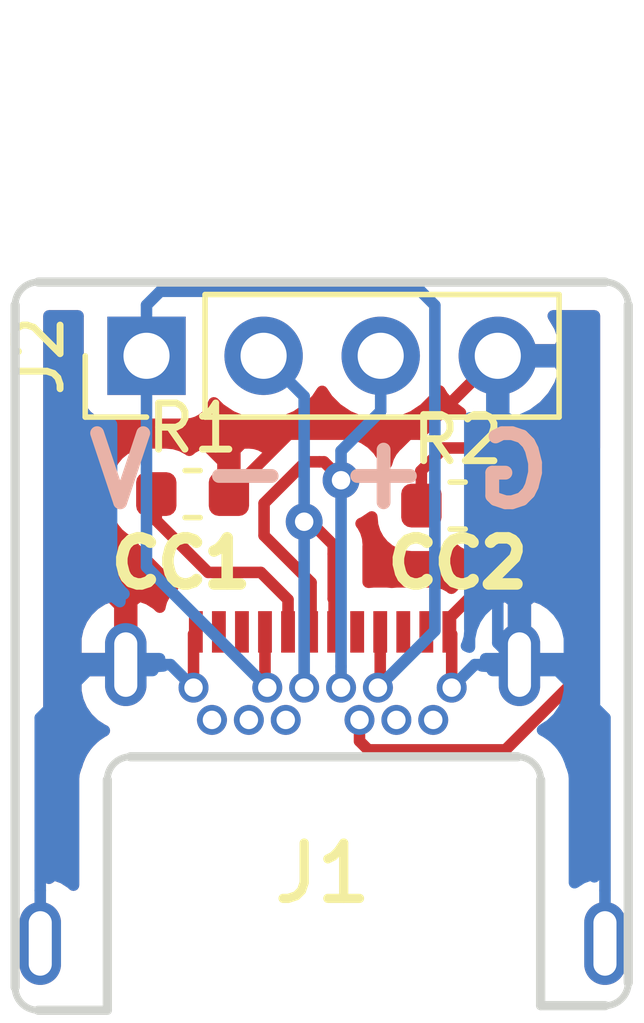
<source format=kicad_pcb>
(kicad_pcb (version 20171130) (host pcbnew "(5.1.5)-2")

  (general
    (thickness 1.6)
    (drawings 17)
    (tracks 81)
    (zones 0)
    (modules 4)
    (nets 17)
  )

  (page A4)
  (layers
    (0 F.Cu signal)
    (31 B.Cu signal)
    (32 B.Adhes user)
    (33 F.Adhes user)
    (34 B.Paste user)
    (35 F.Paste user)
    (36 B.SilkS user)
    (37 F.SilkS user)
    (38 B.Mask user)
    (39 F.Mask user)
    (40 Dwgs.User user)
    (41 Cmts.User user)
    (42 Eco1.User user)
    (43 Eco2.User user)
    (44 Edge.Cuts user)
    (45 Margin user)
    (46 B.CrtYd user)
    (47 F.CrtYd user)
    (48 B.Fab user)
    (49 F.Fab user)
  )

  (setup
    (last_trace_width 0.25)
    (trace_clearance 0.2)
    (zone_clearance 0.508)
    (zone_45_only no)
    (trace_min 0.2)
    (via_size 0.8)
    (via_drill 0.4)
    (via_min_size 0.4)
    (via_min_drill 0.3)
    (uvia_size 0.3)
    (uvia_drill 0.1)
    (uvias_allowed no)
    (uvia_min_size 0.2)
    (uvia_min_drill 0.1)
    (edge_width 0.15)
    (segment_width 0.2)
    (pcb_text_width 0.3)
    (pcb_text_size 1.5 1.5)
    (mod_edge_width 0.15)
    (mod_text_size 1 1)
    (mod_text_width 0.15)
    (pad_size 0.8 0.65)
    (pad_drill 0.8)
    (pad_to_mask_clearance 0.2)
    (solder_mask_min_width 0.25)
    (aux_axis_origin 0 0)
    (visible_elements 7FFFFFFF)
    (pcbplotparams
      (layerselection 0x010f0_ffffffff)
      (usegerberextensions true)
      (usegerberattributes false)
      (usegerberadvancedattributes false)
      (creategerberjobfile false)
      (excludeedgelayer true)
      (linewidth 0.100000)
      (plotframeref false)
      (viasonmask false)
      (mode 1)
      (useauxorigin false)
      (hpglpennumber 1)
      (hpglpenspeed 20)
      (hpglpendiameter 15.000000)
      (psnegative false)
      (psa4output false)
      (plotreference true)
      (plotvalue true)
      (plotinvisibletext false)
      (padsonsilk false)
      (subtractmaskfromsilk false)
      (outputformat 1)
      (mirror false)
      (drillshape 0)
      (scaleselection 1)
      (outputdirectory "gerber/"))
  )

  (net 0 "")
  (net 1 GND)
  (net 2 "Net-(J1-PadA2)")
  (net 3 "Net-(J1-PadA3)")
  (net 4 "Net-(J1-PadA4)")
  (net 5 "Net-(J1-PadA5)")
  (net 6 "Net-(J1-PadA6)")
  (net 7 "Net-(J1-PadA7)")
  (net 8 "Net-(J1-PadA10)")
  (net 9 "Net-(J1-PadA8)")
  (net 10 "Net-(J1-PadA11)")
  (net 11 "Net-(J1-PadB2)")
  (net 12 "Net-(J1-PadB3)")
  (net 13 "Net-(J1-PadB5)")
  (net 14 "Net-(J1-PadB8)")
  (net 15 "Net-(J1-PadB10)")
  (net 16 "Net-(J1-PadB11)")

  (net_class Default "This is the default net class."
    (clearance 0.2)
    (trace_width 0.25)
    (via_dia 0.8)
    (via_drill 0.4)
    (uvia_dia 0.3)
    (uvia_drill 0.1)
    (add_net GND)
    (add_net "Net-(J1-PadA10)")
    (add_net "Net-(J1-PadA11)")
    (add_net "Net-(J1-PadA2)")
    (add_net "Net-(J1-PadA3)")
    (add_net "Net-(J1-PadA4)")
    (add_net "Net-(J1-PadA5)")
    (add_net "Net-(J1-PadA6)")
    (add_net "Net-(J1-PadA7)")
    (add_net "Net-(J1-PadA8)")
    (add_net "Net-(J1-PadB10)")
    (add_net "Net-(J1-PadB11)")
    (add_net "Net-(J1-PadB2)")
    (add_net "Net-(J1-PadB3)")
    (add_net "Net-(J1-PadB5)")
    (add_net "Net-(J1-PadB8)")
  )

  (module Connector_PinHeader_2.54mm:PinHeader_1x04_P2.54mm_Vertical (layer F.Cu) (tedit 59FED5CC) (tstamp 5C4641F3)
    (at 125.25 81 90)
    (descr "Through hole straight pin header, 1x04, 2.54mm pitch, single row")
    (tags "Through hole pin header THT 1x04 2.54mm single row")
    (path /5C3A0378)
    (fp_text reference J2 (at 0 -2.33 90) (layer F.SilkS)
      (effects (font (size 1 1) (thickness 0.15)))
    )
    (fp_text value Conn_01x04_Female (at 0 9.95 90) (layer F.Fab)
      (effects (font (size 1 1) (thickness 0.15)))
    )
    (fp_line (start -0.635 -1.27) (end 1.27 -1.27) (layer F.Fab) (width 0.1))
    (fp_line (start 1.27 -1.27) (end 1.27 8.89) (layer F.Fab) (width 0.1))
    (fp_line (start 1.27 8.89) (end -1.27 8.89) (layer F.Fab) (width 0.1))
    (fp_line (start -1.27 8.89) (end -1.27 -0.635) (layer F.Fab) (width 0.1))
    (fp_line (start -1.27 -0.635) (end -0.635 -1.27) (layer F.Fab) (width 0.1))
    (fp_line (start -1.33 8.95) (end 1.33 8.95) (layer F.SilkS) (width 0.12))
    (fp_line (start -1.33 1.27) (end -1.33 8.95) (layer F.SilkS) (width 0.12))
    (fp_line (start 1.33 1.27) (end 1.33 8.95) (layer F.SilkS) (width 0.12))
    (fp_line (start -1.33 1.27) (end 1.33 1.27) (layer F.SilkS) (width 0.12))
    (fp_line (start -1.33 0) (end -1.33 -1.33) (layer F.SilkS) (width 0.12))
    (fp_line (start -1.33 -1.33) (end 0 -1.33) (layer F.SilkS) (width 0.12))
    (fp_line (start -1.8 -1.8) (end -1.8 9.4) (layer F.CrtYd) (width 0.05))
    (fp_line (start -1.8 9.4) (end 1.8 9.4) (layer F.CrtYd) (width 0.05))
    (fp_line (start 1.8 9.4) (end 1.8 -1.8) (layer F.CrtYd) (width 0.05))
    (fp_line (start 1.8 -1.8) (end -1.8 -1.8) (layer F.CrtYd) (width 0.05))
    (fp_text user %R (at 0 3.81 180) (layer F.Fab)
      (effects (font (size 1 1) (thickness 0.15)))
    )
    (pad 1 thru_hole rect (at 0 0 90) (size 1.7 1.7) (drill 1) (layers *.Cu *.Mask)
      (net 4 "Net-(J1-PadA4)"))
    (pad 2 thru_hole oval (at 0 2.54 90) (size 1.7 1.7) (drill 1) (layers *.Cu *.Mask)
      (net 7 "Net-(J1-PadA7)"))
    (pad 3 thru_hole oval (at 0 5.08 90) (size 1.7 1.7) (drill 1) (layers *.Cu *.Mask)
      (net 6 "Net-(J1-PadA6)"))
    (pad 4 thru_hole oval (at 0 7.62 90) (size 1.7 1.7) (drill 1) (layers *.Cu *.Mask)
      (net 1 GND))
    (model ${KISYS3DMOD}/Connector_PinHeader_2.54mm.3dshapes/PinHeader_1x04_P2.54mm_Vertical.wrl
      (at (xyz 0 0 0))
      (scale (xyz 1 1 1))
      (rotate (xyz 0 0 0))
    )
  )

  (module Resistor_SMD:R_0603_1608Metric (layer F.Cu) (tedit 5B301BBD) (tstamp 5C464204)
    (at 126.25 84)
    (descr "Resistor SMD 0603 (1608 Metric), square (rectangular) end terminal, IPC_7351 nominal, (Body size source: http://www.tortai-tech.com/upload/download/2011102023233369053.pdf), generated with kicad-footprint-generator")
    (tags resistor)
    (path /5C3A054B)
    (attr smd)
    (fp_text reference R1 (at 0 -1.43) (layer F.SilkS)
      (effects (font (size 1 1) (thickness 0.15)))
    )
    (fp_text value 5.1k (at 0 1.43) (layer F.Fab)
      (effects (font (size 1 1) (thickness 0.15)))
    )
    (fp_line (start -0.8 0.4) (end -0.8 -0.4) (layer F.Fab) (width 0.1))
    (fp_line (start -0.8 -0.4) (end 0.8 -0.4) (layer F.Fab) (width 0.1))
    (fp_line (start 0.8 -0.4) (end 0.8 0.4) (layer F.Fab) (width 0.1))
    (fp_line (start 0.8 0.4) (end -0.8 0.4) (layer F.Fab) (width 0.1))
    (fp_line (start -0.162779 -0.51) (end 0.162779 -0.51) (layer F.SilkS) (width 0.12))
    (fp_line (start -0.162779 0.51) (end 0.162779 0.51) (layer F.SilkS) (width 0.12))
    (fp_line (start -1.48 0.73) (end -1.48 -0.73) (layer F.CrtYd) (width 0.05))
    (fp_line (start -1.48 -0.73) (end 1.48 -0.73) (layer F.CrtYd) (width 0.05))
    (fp_line (start 1.48 -0.73) (end 1.48 0.73) (layer F.CrtYd) (width 0.05))
    (fp_line (start 1.48 0.73) (end -1.48 0.73) (layer F.CrtYd) (width 0.05))
    (fp_text user %R (at 0 0) (layer F.Fab)
      (effects (font (size 0.4 0.4) (thickness 0.06)))
    )
    (pad 1 smd roundrect (at -0.7875 0) (size 0.875 0.95) (layers F.Cu F.Paste F.Mask) (roundrect_rratio 0.25)
      (net 5 "Net-(J1-PadA5)"))
    (pad 2 smd roundrect (at 0.7875 0) (size 0.875 0.95) (layers F.Cu F.Paste F.Mask) (roundrect_rratio 0.25)
      (net 1 GND))
    (model ${KISYS3DMOD}/Resistor_SMD.3dshapes/R_0603_1608Metric.wrl
      (at (xyz 0 0 0))
      (scale (xyz 1 1 1))
      (rotate (xyz 0 0 0))
    )
  )

  (module Resistor_SMD:R_0603_1608Metric (layer F.Cu) (tedit 5B301BBD) (tstamp 5C464215)
    (at 132 84.25)
    (descr "Resistor SMD 0603 (1608 Metric), square (rectangular) end terminal, IPC_7351 nominal, (Body size source: http://www.tortai-tech.com/upload/download/2011102023233369053.pdf), generated with kicad-footprint-generator")
    (tags resistor)
    (path /5C3A05BA)
    (attr smd)
    (fp_text reference R2 (at 0 -1.43) (layer F.SilkS)
      (effects (font (size 1 1) (thickness 0.15)))
    )
    (fp_text value 5.1k (at 0 1.43) (layer F.Fab)
      (effects (font (size 1 1) (thickness 0.15)))
    )
    (fp_text user %R (at 0 0) (layer F.Fab)
      (effects (font (size 0.4 0.4) (thickness 0.06)))
    )
    (fp_line (start 1.48 0.73) (end -1.48 0.73) (layer F.CrtYd) (width 0.05))
    (fp_line (start 1.48 -0.73) (end 1.48 0.73) (layer F.CrtYd) (width 0.05))
    (fp_line (start -1.48 -0.73) (end 1.48 -0.73) (layer F.CrtYd) (width 0.05))
    (fp_line (start -1.48 0.73) (end -1.48 -0.73) (layer F.CrtYd) (width 0.05))
    (fp_line (start -0.162779 0.51) (end 0.162779 0.51) (layer F.SilkS) (width 0.12))
    (fp_line (start -0.162779 -0.51) (end 0.162779 -0.51) (layer F.SilkS) (width 0.12))
    (fp_line (start 0.8 0.4) (end -0.8 0.4) (layer F.Fab) (width 0.1))
    (fp_line (start 0.8 -0.4) (end 0.8 0.4) (layer F.Fab) (width 0.1))
    (fp_line (start -0.8 -0.4) (end 0.8 -0.4) (layer F.Fab) (width 0.1))
    (fp_line (start -0.8 0.4) (end -0.8 -0.4) (layer F.Fab) (width 0.1))
    (pad 2 smd roundrect (at 0.7875 0) (size 0.875 0.95) (layers F.Cu F.Paste F.Mask) (roundrect_rratio 0.25)
      (net 1 GND))
    (pad 1 smd roundrect (at -0.7875 0) (size 0.875 0.95) (layers F.Cu F.Paste F.Mask) (roundrect_rratio 0.25)
      (net 13 "Net-(J1-PadB5)"))
    (model ${KISYS3DMOD}/Resistor_SMD.3dshapes/R_0603_1608Metric.wrl
      (at (xyz 0 0 0))
      (scale (xyz 1 1 1))
      (rotate (xyz 0 0 0))
    )
  )

  (module misc_footprints:E8124-010-01 (layer F.Cu) (tedit 5CD38F4A) (tstamp 5CF6CD54)
    (at 129.07 88.9)
    (descr E8124-010-01)
    (tags E8124-010-01)
    (path /5CD38D93)
    (attr smd)
    (fp_text reference J1 (at 0 3.3274) (layer F.SilkS)
      (effects (font (size 1.2 1.2) (thickness 0.2)))
    )
    (fp_text value USB_C_Receptacle (at 0 8) (layer F.Fab) hide
      (effects (font (size 1.5 1.5) (thickness 0.15)))
    )
    (fp_line (start -4.1148 0.8128) (end 4.1148 0.8128) (layer Dwgs.User) (width 0.0508))
    (fp_line (start -4.6228 6.2484) (end -4.6228 1.3208) (layer Dwgs.User) (width 0.0508))
    (fp_arc (start -4.1148 1.3208) (end -4.6228 1.3208) (angle 90) (layer Dwgs.User) (width 0.0508))
    (fp_line (start 4.6228 1.3208) (end 4.6228 6.2484) (layer Dwgs.User) (width 0.0508))
    (fp_line (start 4.6228 6.2484) (end -4.6228 6.2484) (layer Dwgs.User) (width 0.0508))
    (fp_arc (start 4.1148 1.3208) (end 4.1148 0.8128) (angle 90) (layer Dwgs.User) (width 0.0508))
    (pad "" np_thru_hole circle (at -3.6 0) (size 0.65 0.65) (drill 0.65) (layers *.Cu *.Mask))
    (pad A1 smd rect (at -2.75 -1.91) (size 0.3 0.9) (layers F.Cu F.Paste F.Mask)
      (net 1 GND))
    (pad A2 smd rect (at -2.25 -1.91) (size 0.3 0.9) (layers F.Cu F.Paste F.Mask)
      (net 2 "Net-(J1-PadA2)"))
    (pad A3 smd rect (at -1.75 -1.91) (size 0.3 0.9) (layers F.Cu F.Paste F.Mask)
      (net 3 "Net-(J1-PadA3)"))
    (pad A4 smd rect (at -1.25 -1.91) (size 0.3 0.9) (layers F.Cu F.Paste F.Mask)
      (net 4 "Net-(J1-PadA4)"))
    (pad A5 smd rect (at -0.75 -1.91) (size 0.3 0.9) (layers F.Cu F.Paste F.Mask)
      (net 5 "Net-(J1-PadA5)"))
    (pad A6 smd rect (at -0.25 -1.91) (size 0.3 0.9) (layers F.Cu F.Paste F.Mask)
      (net 6 "Net-(J1-PadA6)"))
    (pad A7 smd rect (at 0.25 -1.91) (size 0.3 0.9) (layers F.Cu F.Paste F.Mask)
      (net 7 "Net-(J1-PadA7)"))
    (pad A8 smd rect (at 0.75 -1.91) (size 0.3 0.9) (layers F.Cu F.Paste F.Mask)
      (net 9 "Net-(J1-PadA8)"))
    (pad A9 smd rect (at 1.25 -1.91) (size 0.3 0.9) (layers F.Cu F.Paste F.Mask)
      (net 4 "Net-(J1-PadA4)"))
    (pad A10 smd rect (at 1.75 -1.91) (size 0.3 0.9) (layers F.Cu F.Paste F.Mask)
      (net 8 "Net-(J1-PadA10)"))
    (pad A11 smd rect (at 2.25 -1.91) (size 0.3 0.9) (layers F.Cu F.Paste F.Mask)
      (net 10 "Net-(J1-PadA11)"))
    (pad A12 smd rect (at 2.75 -1.91) (size 0.3 0.9) (layers F.Cu F.Paste F.Mask)
      (net 1 GND))
    (pad B1 thru_hole circle (at 2.8 -0.7) (size 0.65 0.65) (drill 0.4) (layers *.Cu *.Mask)
      (net 1 GND))
    (pad B2 thru_hole circle (at 2.4 0) (size 0.65 0.65) (drill 0.4) (layers *.Cu)
      (net 11 "Net-(J1-PadB2)"))
    (pad B3 thru_hole circle (at 1.6 0) (size 0.65 0.65) (drill 0.4) (layers *.Cu)
      (net 12 "Net-(J1-PadB3)"))
    (pad B4 thru_hole circle (at 1.2 -0.7) (size 0.65 0.65) (drill 0.4) (layers *.Cu *.Mask)
      (net 4 "Net-(J1-PadA4)"))
    (pad B5 thru_hole circle (at 0.8 0) (size 0.65 0.65) (drill 0.4) (layers *.Cu *.Mask)
      (net 13 "Net-(J1-PadB5)"))
    (pad B6 thru_hole circle (at 0.4 -0.7) (size 0.65 0.65) (drill 0.4) (layers *.Cu *.Mask)
      (net 6 "Net-(J1-PadA6)"))
    (pad B7 thru_hole circle (at -0.4 -0.7) (size 0.65 0.65) (drill 0.4) (layers *.Cu *.Mask)
      (net 7 "Net-(J1-PadA7)"))
    (pad B8 thru_hole circle (at -0.8 0) (size 0.65 0.65) (drill 0.4) (layers *.Cu *.Mask)
      (net 14 "Net-(J1-PadB8)"))
    (pad B9 thru_hole circle (at -1.2 -0.7) (size 0.65 0.65) (drill 0.4) (layers *.Cu *.Mask)
      (net 4 "Net-(J1-PadA4)"))
    (pad B10 thru_hole circle (at -1.6 0) (size 0.65 0.65) (drill 0.4) (layers *.Cu *.Mask)
      (net 15 "Net-(J1-PadB10)"))
    (pad B11 thru_hole circle (at -2.4 0) (size 0.65 0.65) (drill 0.4) (layers *.Cu *.Mask)
      (net 16 "Net-(J1-PadB11)"))
    (pad B12 thru_hole circle (at -2.8 -0.7) (size 0.65 0.65) (drill 0.4) (layers *.Cu *.Mask)
      (net 1 GND))
    (pad S1 thru_hole oval (at -4.27 -1.2) (size 0.9 1.8) (drill oval 0.5 1.4) (layers *.Cu *.Mask)
      (net 1 GND))
    (pad S1 thru_hole oval (at 4.27 -1.2) (size 0.9 1.8) (drill oval 0.5 1.4) (layers *.Cu *.Mask)
      (net 1 GND))
    (pad S1 thru_hole oval (at -6.125 4.85) (size 0.9 1.8) (drill oval 0.5 1.4) (layers *.Cu *.Mask)
      (net 1 GND))
    (pad S1 thru_hole oval (at 6.125 4.85) (size 0.9 1.8) (drill oval 0.5 1.4) (layers *.Cu *.Mask)
      (net 1 GND))
    (pad "" np_thru_hole oval (at 3.6 0) (size 0.8 0.65) (drill oval 0.8 0.65) (layers *.Cu))
    (model :3d:E8124-010-01.stp
      (offset (xyz 0 -3.269999950889528 0.8499999872342808))
      (scale (xyz 1 1 1))
      (rotate (xyz -90 0 0))
    )
  )

  (gr_arc (start 135.2 79.9) (end 135.7 79.9) (angle -90) (layer Edge.Cuts) (width 0.15) (tstamp 5CF6CE19))
  (gr_arc (start 122.9 79.9) (end 122.9 79.4) (angle -90) (layer Edge.Cuts) (width 0.15) (tstamp 5CF6CE19))
  (gr_arc (start 122.9 94.7) (end 122.4 94.7) (angle -90) (layer Edge.Cuts) (width 0.15) (tstamp 5CF6CE19))
  (gr_arc (start 124.9 90.2) (end 124.9 89.7) (angle -90) (layer Edge.Cuts) (width 0.15) (tstamp 5CF6CE19))
  (gr_arc (start 133.3 90.2) (end 133.8 90.2) (angle -90) (layer Edge.Cuts) (width 0.15) (tstamp 5CF6CE19))
  (gr_arc (start 135.2 94.6) (end 135.2 95.1) (angle -90) (layer Edge.Cuts) (width 0.15))
  (gr_line (start 124.4 95.2) (end 122.9 95.2) (layer Edge.Cuts) (width 0.2))
  (gr_line (start 124.4 90.2) (end 124.4 95.2) (layer Edge.Cuts) (width 0.2))
  (gr_line (start 133.3 89.7) (end 124.9 89.7) (layer Edge.Cuts) (width 0.2))
  (gr_line (start 133.8 95.1) (end 133.8 90.2) (layer Edge.Cuts) (width 0.2))
  (gr_line (start 135.2 95.1) (end 133.8 95.1) (layer Edge.Cuts) (width 0.2))
  (gr_line (start 135.7 79.9) (end 135.7 94.6) (layer Edge.Cuts) (width 0.2))
  (gr_line (start 122.9 79.4) (end 135.2 79.4) (layer Edge.Cuts) (width 0.2))
  (gr_line (start 122.4 94.7) (end 122.4 79.9) (layer Edge.Cuts) (width 0.2))
  (gr_text CC2 (at 132 85.5) (layer F.SilkS)
    (effects (font (size 1 1) (thickness 0.25)))
  )
  (gr_text CC1 (at 126 85.5) (layer F.SilkS)
    (effects (font (size 1 1) (thickness 0.25)))
  )
  (gr_text "G + - V" (at 129 83.5) (layer B.SilkS)
    (effects (font (size 1.5 1.5) (thickness 0.3)) (justify mirror))
  )

  (segment (start 132.87 87.23) (end 133.34 87.7) (width 0.25) (layer B.Cu) (net 1))
  (segment (start 132.87 81) (end 132.87 87.23) (width 0.25) (layer B.Cu) (net 1))
  (segment (start 132.37 87.7) (end 131.87 88.2) (width 0.25) (layer B.Cu) (net 1))
  (segment (start 133.34 87.7) (end 132.37 87.7) (width 0.25) (layer B.Cu) (net 1))
  (segment (start 133.34 87.7) (end 133.34 88.15) (width 0.25) (layer F.Cu) (net 1))
  (segment (start 122.945 92.6) (end 122.945 93.75) (width 0.25) (layer B.Cu) (net 1))
  (segment (start 122.945 88.855) (end 122.945 92.6) (width 0.25) (layer B.Cu) (net 1))
  (segment (start 124.1 87.7) (end 122.945 88.855) (width 0.25) (layer B.Cu) (net 1))
  (segment (start 124.8 87.7) (end 124.1 87.7) (width 0.25) (layer B.Cu) (net 1))
  (segment (start 125.77 87.7) (end 126.27 88.2) (width 0.25) (layer B.Cu) (net 1))
  (segment (start 124.8 87.7) (end 125.77 87.7) (width 0.25) (layer B.Cu) (net 1))
  (segment (start 126.27 87.04) (end 126.32 86.99) (width 0.25) (layer F.Cu) (net 1))
  (segment (start 126.27 88.2) (end 126.27 87.04) (width 0.25) (layer F.Cu) (net 1))
  (segment (start 131.87 87.04) (end 131.82 86.99) (width 0.25) (layer F.Cu) (net 1))
  (segment (start 131.87 88.2) (end 131.87 87.04) (width 0.25) (layer F.Cu) (net 1))
  (segment (start 131.82 86.99) (end 131.82 86.69) (width 0.25) (layer F.Cu) (net 1))
  (segment (start 132.7875 85.7225) (end 132.7875 84.25) (width 0.25) (layer F.Cu) (net 1))
  (segment (start 131.82 86.69) (end 132.7875 85.7225) (width 0.25) (layer F.Cu) (net 1))
  (segment (start 132.87 81) (end 131.17 82.7) (width 0.25) (layer F.Cu) (net 1))
  (segment (start 128.3375 82.7) (end 127.0375 84) (width 0.25) (layer F.Cu) (net 1))
  (segment (start 131.17 82.7) (end 128.3375 82.7) (width 0.25) (layer F.Cu) (net 1))
  (segment (start 135.195 92.6) (end 135.195 93.75) (width 0.25) (layer B.Cu) (net 1))
  (segment (start 135.195 88.855) (end 135.195 92.6) (width 0.25) (layer B.Cu) (net 1))
  (segment (start 134.04 87.7) (end 135.195 88.855) (width 0.25) (layer B.Cu) (net 1))
  (segment (start 133.34 87.7) (end 134.04 87.7) (width 0.25) (layer B.Cu) (net 1))
  (segment (start 127.0375 83.425) (end 126.4125 82.8) (width 0.25) (layer F.Cu) (net 1))
  (segment (start 127.0375 84) (end 127.0375 83.425) (width 0.25) (layer F.Cu) (net 1))
  (segment (start 126.4125 82.8) (end 124.7 82.8) (width 0.25) (layer F.Cu) (net 1))
  (segment (start 124.7 82.8) (end 124 83.5) (width 0.25) (layer F.Cu) (net 1))
  (segment (start 124 85.75) (end 124.8 86.55) (width 0.25) (layer F.Cu) (net 1))
  (segment (start 124.8 86.55) (end 124.8 87.7) (width 0.25) (layer F.Cu) (net 1))
  (segment (start 124 83.5) (end 124 85.75) (width 0.25) (layer F.Cu) (net 1))
  (segment (start 125.25 85.58) (end 127.87 88.2) (width 0.25) (layer B.Cu) (net 4))
  (segment (start 125.25 81) (end 125.25 85.58) (width 0.25) (layer B.Cu) (net 4))
  (segment (start 130.32 88.15) (end 130.32 86.99) (width 0.25) (layer F.Cu) (net 4))
  (segment (start 130.27 88.2) (end 130.32 88.15) (width 0.25) (layer F.Cu) (net 4))
  (segment (start 127.82 88.15) (end 127.82 86.99) (width 0.25) (layer F.Cu) (net 4))
  (segment (start 127.87 88.2) (end 127.82 88.15) (width 0.25) (layer F.Cu) (net 4))
  (segment (start 125.25 79.9) (end 125.25 81) (width 0.25) (layer B.Cu) (net 4))
  (segment (start 131.505001 79.905001) (end 131.2 79.6) (width 0.25) (layer B.Cu) (net 4))
  (segment (start 131.2 79.6) (end 125.55 79.6) (width 0.25) (layer B.Cu) (net 4))
  (segment (start 131.505001 86.964999) (end 131.505001 79.905001) (width 0.25) (layer B.Cu) (net 4))
  (segment (start 125.55 79.6) (end 125.25 79.9) (width 0.25) (layer B.Cu) (net 4))
  (segment (start 130.27 88.2) (end 131.505001 86.964999) (width 0.25) (layer B.Cu) (net 4))
  (segment (start 125.4625 84.575) (end 126.5875 85.7) (width 0.25) (layer F.Cu) (net 5))
  (segment (start 125.4625 84) (end 125.4625 84.575) (width 0.25) (layer F.Cu) (net 5))
  (segment (start 127.73 85.7) (end 128.32 86.29) (width 0.25) (layer F.Cu) (net 5))
  (segment (start 128.32 86.29) (end 128.32 86.99) (width 0.25) (layer F.Cu) (net 5))
  (segment (start 126.5875 85.7) (end 127.73 85.7) (width 0.25) (layer F.Cu) (net 5))
  (segment (start 129.47 87.740381) (end 129.47 88.2) (width 0.25) (layer B.Cu) (net 6))
  (segment (start 129.47 83.062081) (end 129.47 83.7) (width 0.25) (layer B.Cu) (net 6))
  (segment (start 130.33 82.202081) (end 129.47 83.062081) (width 0.25) (layer B.Cu) (net 6))
  (segment (start 130.33 81) (end 130.33 82.202081) (width 0.25) (layer B.Cu) (net 6))
  (segment (start 128.82 86.99) (end 128.82 85.92) (width 0.25) (layer F.Cu) (net 6))
  (segment (start 127.80001 84.90001) (end 127.80001 84.19999) (width 0.25) (layer F.Cu) (net 6))
  (segment (start 128.82 85.92) (end 127.80001 84.90001) (width 0.25) (layer F.Cu) (net 6))
  (segment (start 127.80001 84.19999) (end 128.7 83.3) (width 0.25) (layer F.Cu) (net 6))
  (segment (start 128.7 83.3) (end 129 83.3) (width 0.25) (layer F.Cu) (net 6))
  (segment (start 129 83.3) (end 129.1 83.3) (width 0.25) (layer F.Cu) (net 6))
  (segment (start 129.1 83.3) (end 129.5 83.7) (width 0.25) (layer F.Cu) (net 6))
  (segment (start 129.47 83.7) (end 129.47 87.740381) (width 0.25) (layer B.Cu) (net 6) (tstamp 5CF6D615))
  (via (at 129.47 83.7) (size 0.8) (drill 0.4) (layers F.Cu B.Cu) (net 6))
  (segment (start 128.67 81.88) (end 128.67 84.6) (width 0.25) (layer B.Cu) (net 7))
  (segment (start 127.79 81) (end 128.67 81.88) (width 0.25) (layer B.Cu) (net 7))
  (segment (start 129.32 86.29) (end 129.3 86.27) (width 0.25) (layer F.Cu) (net 7))
  (segment (start 129.32 86.99) (end 129.32 86.29) (width 0.25) (layer F.Cu) (net 7))
  (segment (start 129.3 86.27) (end 129.3 85.3) (width 0.25) (layer F.Cu) (net 7))
  (segment (start 129.3 85.3) (end 129.3 85.1) (width 0.25) (layer F.Cu) (net 7))
  (segment (start 129.3 85.1) (end 128.7 84.5) (width 0.25) (layer F.Cu) (net 7))
  (segment (start 128.67 84.6) (end 128.67 88.2) (width 0.25) (layer B.Cu) (net 7) (tstamp 5CF6D617))
  (via (at 128.67 84.6) (size 0.8) (drill 0.4) (layers F.Cu B.Cu) (net 7))
  (segment (start 131.2125 83.5125) (end 131.2125 84.25) (width 0.25) (layer F.Cu) (net 13))
  (segment (start 131.2 83.5) (end 131.2125 83.5125) (width 0.25) (layer F.Cu) (net 13))
  (segment (start 131.7 83) (end 131.2 83.5) (width 0.25) (layer F.Cu) (net 13))
  (segment (start 129.87 89.359619) (end 130.060391 89.55001) (width 0.25) (layer F.Cu) (net 13))
  (segment (start 133.9 83) (end 131.7 83) (width 0.25) (layer F.Cu) (net 13))
  (segment (start 129.87 88.9) (end 129.87 89.359619) (width 0.25) (layer F.Cu) (net 13))
  (segment (start 130.060391 89.55001) (end 133.036019 89.55001) (width 0.25) (layer F.Cu) (net 13))
  (segment (start 133.036019 89.55001) (end 134.8 87.786029) (width 0.25) (layer F.Cu) (net 13))
  (segment (start 134.8 87.786029) (end 134.8 83.9) (width 0.25) (layer F.Cu) (net 13))
  (segment (start 134.8 83.9) (end 133.9 83) (width 0.25) (layer F.Cu) (net 13))

  (zone (net 1) (net_name GND) (layer B.Cu) (tstamp 5CF6D690) (hatch edge 0.508)
    (connect_pads (clearance 0.508))
    (min_thickness 0.254)
    (fill yes (arc_segments 16) (thermal_gap 0.508) (thermal_bridge_width 0.508))
    (polygon
      (pts
        (xy 122.2 79.2) (xy 135.8 79.2) (xy 135.9 95.4) (xy 122.2 95.5)
      )
    )
    (filled_polygon
      (pts
        (xy 123.761928 80.15) (xy 123.761928 81.85) (xy 123.774188 81.974482) (xy 123.810498 82.09418) (xy 123.869463 82.204494)
        (xy 123.948815 82.301185) (xy 124.045506 82.380537) (xy 124.15582 82.439502) (xy 124.275518 82.475812) (xy 124.4 82.488072)
        (xy 124.49 82.488072) (xy 124.490001 85.542668) (xy 124.486324 85.58) (xy 124.500998 85.728985) (xy 124.544454 85.872246)
        (xy 124.615026 86.004276) (xy 124.686201 86.091002) (xy 124.71 86.120001) (xy 124.738998 86.143799) (xy 124.760199 86.165)
        (xy 124.672998 86.165) (xy 124.672998 86.332496) (xy 124.505999 86.205592) (xy 124.302803 86.277298) (xy 124.122592 86.392986)
        (xy 123.968413 86.541609) (xy 123.846191 86.717455) (xy 123.760624 86.913767) (xy 123.715 87.123) (xy 123.715 87.573)
        (xy 124.673 87.573) (xy 124.673 87.553) (xy 124.927 87.553) (xy 124.927 87.573) (xy 125.533654 87.573)
        (xy 125.498523 87.608131) (xy 125.617461 87.727069) (xy 125.42173 87.740677) (xy 125.385425 87.827) (xy 124.927 87.827)
        (xy 124.927 87.847) (xy 124.673 87.847) (xy 124.673 87.827) (xy 123.715 87.827) (xy 123.715 88.277)
        (xy 123.760624 88.486233) (xy 123.846191 88.682545) (xy 123.968413 88.858391) (xy 124.122592 89.007014) (xy 124.302803 89.122702)
        (xy 124.333426 89.133508) (xy 124.282708 89.160932) (xy 124.229388 89.196898) (xy 124.175514 89.232152) (xy 124.167832 89.238418)
        (xy 124.092643 89.300619) (xy 124.047311 89.346269) (xy 124.001327 89.391299) (xy 123.995008 89.398938) (xy 123.933332 89.474559)
        (xy 123.897728 89.528147) (xy 123.861359 89.581262) (xy 123.856644 89.589983) (xy 123.810832 89.676144) (xy 123.786321 89.735612)
        (xy 123.760962 89.79478) (xy 123.758031 89.804249) (xy 123.731945 89.890648) (xy 123.717663 89.917368) (xy 123.675635 90.055916)
        (xy 123.665 90.163896) (xy 123.665 92.484044) (xy 123.622408 92.442986) (xy 123.442197 92.327298) (xy 123.239001 92.255592)
        (xy 123.135 92.334624) (xy 123.135 80.135) (xy 123.763405 80.135)
      )
    )
    (filled_polygon
      (pts
        (xy 134.965001 92.304228) (xy 134.900999 92.255592) (xy 134.697803 92.327298) (xy 134.535 92.431811) (xy 134.535 90.163895)
        (xy 134.524365 90.055915) (xy 134.482337 89.917367) (xy 134.468801 89.892043) (xy 134.468036 89.889509) (xy 134.43918 89.79629)
        (xy 134.414253 89.736991) (xy 134.390135 89.677298) (xy 134.385481 89.668545) (xy 134.339068 89.582708) (xy 134.303102 89.529388)
        (xy 134.267848 89.475514) (xy 134.261582 89.467832) (xy 134.199381 89.392643) (xy 134.153731 89.347311) (xy 134.108701 89.301327)
        (xy 134.101062 89.295008) (xy 134.025441 89.233332) (xy 133.971853 89.197728) (xy 133.918738 89.161359) (xy 133.910017 89.156644)
        (xy 133.841267 89.120089) (xy 134.017408 89.007014) (xy 134.171587 88.858391) (xy 134.293809 88.682545) (xy 134.379376 88.486233)
        (xy 134.425 88.277) (xy 134.425 87.827) (xy 133.467 87.827) (xy 133.467 87.847) (xy 133.213 87.847)
        (xy 133.213 87.827) (xy 132.754646 87.827) (xy 132.723187 87.749874) (xy 132.71827 87.740677) (xy 132.522539 87.727069)
        (xy 132.641477 87.608131) (xy 132.606346 87.573) (xy 133.213 87.573) (xy 133.213 86.332498) (xy 133.467 86.332498)
        (xy 133.467 87.573) (xy 134.425 87.573) (xy 134.425 87.123) (xy 134.379376 86.913767) (xy 134.293809 86.717455)
        (xy 134.171587 86.541609) (xy 134.017408 86.392986) (xy 133.837197 86.277298) (xy 133.634001 86.205592) (xy 133.467 86.332498)
        (xy 133.213 86.332498) (xy 133.045999 86.205592) (xy 132.842803 86.277298) (xy 132.662592 86.392986) (xy 132.508413 86.541609)
        (xy 132.386191 86.717455) (xy 132.300624 86.913767) (xy 132.255 87.123) (xy 132.255 87.320472) (xy 132.191113 87.293604)
        (xy 132.210547 87.257246) (xy 132.254004 87.113985) (xy 132.265001 87.002332) (xy 132.265001 87.002323) (xy 132.268677 86.965)
        (xy 132.265001 86.927677) (xy 132.265001 82.348765) (xy 132.365901 82.396825) (xy 132.51311 82.441476) (xy 132.743 82.320155)
        (xy 132.743 81.127) (xy 132.997 81.127) (xy 132.997 82.320155) (xy 133.22689 82.441476) (xy 133.374099 82.396825)
        (xy 133.63692 82.271641) (xy 133.870269 82.097588) (xy 134.065178 81.881355) (xy 134.214157 81.631252) (xy 134.311481 81.356891)
        (xy 134.190814 81.127) (xy 132.997 81.127) (xy 132.743 81.127) (xy 132.723 81.127) (xy 132.723 80.873)
        (xy 132.743 80.873) (xy 132.743 80.853) (xy 132.997 80.853) (xy 132.997 80.873) (xy 134.190814 80.873)
        (xy 134.311481 80.643109) (xy 134.214157 80.368748) (xy 134.07492 80.135) (xy 134.965 80.135)
      )
    )
  )
  (zone (net 1) (net_name GND) (layer F.Cu) (tstamp 5CF6D68D) (hatch edge 0.508)
    (connect_pads (clearance 0.508))
    (min_thickness 0.254)
    (fill yes (arc_segments 16) (thermal_gap 0.508) (thermal_bridge_width 0.508))
    (polygon
      (pts
        (xy 122.1 79.2) (xy 135.9 79.3) (xy 136 95.4) (xy 122.2 95.3)
      )
    )
    (filled_polygon
      (pts
        (xy 123.761928 80.15) (xy 123.761928 81.85) (xy 123.774188 81.974482) (xy 123.810498 82.09418) (xy 123.869463 82.204494)
        (xy 123.948815 82.301185) (xy 124.045506 82.380537) (xy 124.15582 82.439502) (xy 124.275518 82.475812) (xy 124.4 82.488072)
        (xy 126.1 82.488072) (xy 126.224482 82.475812) (xy 126.34418 82.439502) (xy 126.454494 82.380537) (xy 126.551185 82.301185)
        (xy 126.630537 82.204494) (xy 126.689502 82.09418) (xy 126.711513 82.02162) (xy 126.843368 82.153475) (xy 127.086589 82.31599)
        (xy 127.356842 82.427932) (xy 127.64374 82.485) (xy 127.93626 82.485) (xy 128.223158 82.427932) (xy 128.493411 82.31599)
        (xy 128.736632 82.153475) (xy 128.943475 81.946632) (xy 129.06 81.77224) (xy 129.176525 81.946632) (xy 129.383368 82.153475)
        (xy 129.626589 82.31599) (xy 129.896842 82.427932) (xy 130.18374 82.485) (xy 130.47626 82.485) (xy 130.763158 82.427932)
        (xy 131.033411 82.31599) (xy 131.276632 82.153475) (xy 131.483475 81.946632) (xy 131.605195 81.764466) (xy 131.674822 81.881355)
        (xy 131.869731 82.097588) (xy 132.06066 82.24) (xy 131.737325 82.24) (xy 131.7 82.236324) (xy 131.662675 82.24)
        (xy 131.662667 82.24) (xy 131.551014 82.250997) (xy 131.407753 82.294454) (xy 131.275724 82.365026) (xy 131.159999 82.459999)
        (xy 131.136196 82.489003) (xy 130.689003 82.936196) (xy 130.659999 82.959999) (xy 130.587163 83.04875) (xy 130.565026 83.075724)
        (xy 130.494454 83.207754) (xy 130.457026 83.331143) (xy 130.442447 83.343108) (xy 130.387205 83.209744) (xy 130.273937 83.040226)
        (xy 130.129774 82.896063) (xy 129.960256 82.782795) (xy 129.771898 82.704774) (xy 129.571939 82.665) (xy 129.524227 82.665)
        (xy 129.392247 82.594454) (xy 129.248986 82.550997) (xy 129.137333 82.54) (xy 129.137322 82.54) (xy 129.1 82.536324)
        (xy 129.062678 82.54) (xy 128.737322 82.54) (xy 128.699999 82.536324) (xy 128.662676 82.54) (xy 128.662667 82.54)
        (xy 128.551014 82.550997) (xy 128.407753 82.594454) (xy 128.275723 82.665026) (xy 128.192083 82.733668) (xy 128.159999 82.759999)
        (xy 128.136201 82.788997) (xy 127.8851 83.040098) (xy 127.829494 82.994463) (xy 127.71918 82.935498) (xy 127.599482 82.899188)
        (xy 127.475 82.886928) (xy 127.32325 82.89) (xy 127.1645 83.04875) (xy 127.1645 83.776717) (xy 127.094464 83.907744)
        (xy 127.085832 83.936201) (xy 127.051007 84.051004) (xy 127.041552 84.147) (xy 126.9105 84.147) (xy 126.9105 84.127)
        (xy 126.8905 84.127) (xy 126.8905 83.873) (xy 126.9105 83.873) (xy 126.9105 83.04875) (xy 126.75175 82.89)
        (xy 126.6 82.886928) (xy 126.475518 82.899188) (xy 126.35582 82.935498) (xy 126.245506 82.994463) (xy 126.17893 83.0491)
        (xy 126.157275 83.031329) (xy 126.009142 82.95215) (xy 125.848408 82.903392) (xy 125.68125 82.886928) (xy 125.24375 82.886928)
        (xy 125.076592 82.903392) (xy 124.915858 82.95215) (xy 124.767725 83.031329) (xy 124.637885 83.137885) (xy 124.531329 83.267725)
        (xy 124.45215 83.415858) (xy 124.403392 83.576592) (xy 124.386928 83.74375) (xy 124.386928 84.25625) (xy 124.403392 84.423408)
        (xy 124.45215 84.584142) (xy 124.531329 84.732275) (xy 124.637885 84.862115) (xy 124.767725 84.968671) (xy 124.829514 85.001698)
        (xy 124.89336 85.079494) (xy 124.9225 85.115001) (xy 124.951498 85.138799) (xy 125.820619 86.00792) (xy 125.804611 86.016907)
        (xy 125.709581 86.098242) (xy 125.632245 86.196553) (xy 125.575575 86.308063) (xy 125.541748 86.428486) (xy 125.539832 86.45316)
        (xy 125.477408 86.392986) (xy 125.297197 86.277298) (xy 125.094001 86.205592) (xy 124.927 86.332498) (xy 124.927 87.573)
        (xy 124.947 87.573) (xy 124.947 87.827) (xy 124.927 87.827) (xy 124.927 87.847) (xy 124.673 87.847)
        (xy 124.673 87.827) (xy 123.715 87.827) (xy 123.715 88.277) (xy 123.760624 88.486233) (xy 123.846191 88.682545)
        (xy 123.968413 88.858391) (xy 124.122592 89.007014) (xy 124.302803 89.122702) (xy 124.333426 89.133508) (xy 124.282708 89.160932)
        (xy 124.229388 89.196898) (xy 124.175514 89.232152) (xy 124.167832 89.238418) (xy 124.092643 89.300619) (xy 124.047311 89.346269)
        (xy 124.001327 89.391299) (xy 123.995008 89.398938) (xy 123.933332 89.474559) (xy 123.897728 89.528147) (xy 123.861359 89.581262)
        (xy 123.856644 89.589983) (xy 123.810832 89.676144) (xy 123.786321 89.735612) (xy 123.760962 89.79478) (xy 123.758031 89.804249)
        (xy 123.731945 89.890648) (xy 123.717663 89.917368) (xy 123.675635 90.055916) (xy 123.665 90.163896) (xy 123.665 92.484044)
        (xy 123.622408 92.442986) (xy 123.442197 92.327298) (xy 123.239001 92.255592) (xy 123.135 92.334624) (xy 123.135 87.123)
        (xy 123.715 87.123) (xy 123.715 87.573) (xy 124.673 87.573) (xy 124.673 86.332498) (xy 124.505999 86.205592)
        (xy 124.302803 86.277298) (xy 124.122592 86.392986) (xy 123.968413 86.541609) (xy 123.846191 86.717455) (xy 123.760624 86.913767)
        (xy 123.715 87.123) (xy 123.135 87.123) (xy 123.135 80.135) (xy 123.763405 80.135)
      )
    )
    (filled_polygon
      (pts
        (xy 134.040001 84.214803) (xy 134.04 86.414764) (xy 134.017408 86.392986) (xy 133.837197 86.277298) (xy 133.634001 86.205592)
        (xy 133.467 86.332498) (xy 133.467 87.573) (xy 133.487 87.573) (xy 133.487 87.827) (xy 133.467 87.827)
        (xy 133.467 87.847) (xy 133.213 87.847) (xy 133.213 87.827) (xy 133.193 87.827) (xy 133.193 87.573)
        (xy 133.213 87.573) (xy 133.213 86.332498) (xy 133.045999 86.205592) (xy 132.842803 86.277298) (xy 132.662592 86.392986)
        (xy 132.600168 86.45316) (xy 132.598252 86.428486) (xy 132.564425 86.308063) (xy 132.507755 86.196553) (xy 132.430419 86.098242)
        (xy 132.335389 86.016907) (xy 132.226318 85.955674) (xy 132.107397 85.916896) (xy 132.00175 85.905) (xy 131.864475 86.042275)
        (xy 131.824494 86.009463) (xy 131.71418 85.950498) (xy 131.670497 85.937247) (xy 131.63825 85.905) (xy 131.574303 85.912201)
        (xy 131.47 85.901928) (xy 131.17 85.901928) (xy 131.07 85.911777) (xy 130.97 85.901928) (xy 130.67 85.901928)
        (xy 130.57 85.911777) (xy 130.47 85.901928) (xy 130.17 85.901928) (xy 130.07 85.911777) (xy 130.06 85.910792)
        (xy 130.06 85.137322) (xy 130.063676 85.099999) (xy 130.06 85.062676) (xy 130.06 85.062668) (xy 130.049003 84.951015)
        (xy 130.005546 84.807754) (xy 130.005546 84.807753) (xy 129.934974 84.675723) (xy 129.905547 84.639866) (xy 129.960256 84.617205)
        (xy 130.129774 84.503937) (xy 130.136928 84.496783) (xy 130.136928 84.50625) (xy 130.153392 84.673408) (xy 130.20215 84.834142)
        (xy 130.281329 84.982275) (xy 130.387885 85.112115) (xy 130.517725 85.218671) (xy 130.665858 85.29785) (xy 130.826592 85.346608)
        (xy 130.99375 85.363072) (xy 131.43125 85.363072) (xy 131.598408 85.346608) (xy 131.759142 85.29785) (xy 131.907275 85.218671)
        (xy 131.92893 85.2009) (xy 131.995506 85.255537) (xy 132.10582 85.314502) (xy 132.225518 85.350812) (xy 132.35 85.363072)
        (xy 132.50175 85.36) (xy 132.6605 85.20125) (xy 132.6605 84.377) (xy 132.9145 84.377) (xy 132.9145 85.20125)
        (xy 133.07325 85.36) (xy 133.225 85.363072) (xy 133.349482 85.350812) (xy 133.46918 85.314502) (xy 133.579494 85.255537)
        (xy 133.676185 85.176185) (xy 133.755537 85.079494) (xy 133.814502 84.96918) (xy 133.850812 84.849482) (xy 133.863072 84.725)
        (xy 133.86 84.53575) (xy 133.70125 84.377) (xy 132.9145 84.377) (xy 132.6605 84.377) (xy 132.6405 84.377)
        (xy 132.6405 84.123) (xy 132.6605 84.123) (xy 132.6605 84.103) (xy 132.9145 84.103) (xy 132.9145 84.123)
        (xy 133.70125 84.123) (xy 133.824724 83.999526)
      )
    )
    (filled_polygon
      (pts
        (xy 134.965 82.990199) (xy 134.463803 82.489002) (xy 134.440001 82.459999) (xy 134.324276 82.365026) (xy 134.192247 82.294454)
        (xy 134.048986 82.250997) (xy 133.937333 82.24) (xy 133.937322 82.24) (xy 133.9 82.236324) (xy 133.862678 82.24)
        (xy 133.67934 82.24) (xy 133.870269 82.097588) (xy 134.065178 81.881355) (xy 134.214157 81.631252) (xy 134.311481 81.356891)
        (xy 134.190814 81.127) (xy 132.997 81.127) (xy 132.997 81.147) (xy 132.743 81.147) (xy 132.743 81.127)
        (xy 132.723 81.127) (xy 132.723 80.873) (xy 132.743 80.873) (xy 132.743 80.853) (xy 132.997 80.853)
        (xy 132.997 80.873) (xy 134.190814 80.873) (xy 134.311481 80.643109) (xy 134.214157 80.368748) (xy 134.07492 80.135)
        (xy 134.965 80.135)
      )
    )
  )
)

</source>
